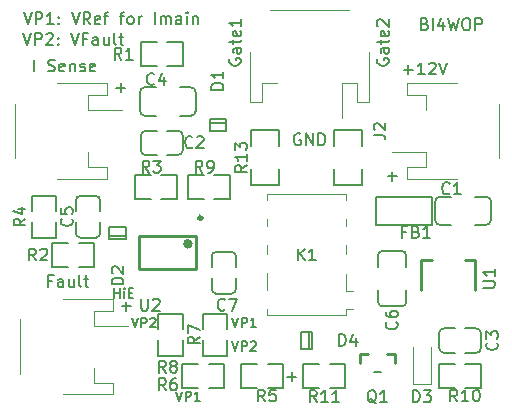
<source format=gbr>
%TF.GenerationSoftware,KiCad,Pcbnew,(5.1.4)-1*%
%TF.CreationDate,2021-02-25T01:30:08+08:00*%
%TF.ProjectId,Overdrive_Protector,4f766572-6472-4697-9665-5f50726f7465,rev?*%
%TF.SameCoordinates,Original*%
%TF.FileFunction,Legend,Top*%
%TF.FilePolarity,Positive*%
%FSLAX46Y46*%
G04 Gerber Fmt 4.6, Leading zero omitted, Abs format (unit mm)*
G04 Created by KiCad (PCBNEW (5.1.4)-1) date 2021-02-25 01:30:08*
%MOMM*%
%LPD*%
G04 APERTURE LIST*
%ADD10C,0.150000*%
%ADD11C,0.200000*%
%ADD12C,0.120000*%
%ADD13C,0.254000*%
%ADD14C,0.300000*%
%ADD15C,0.400000*%
G04 APERTURE END LIST*
D10*
X32469047Y-74861904D02*
X32469047Y-74061904D01*
X32469047Y-74442857D02*
X32926190Y-74442857D01*
X32926190Y-74861904D02*
X32926190Y-74061904D01*
X33307142Y-74861904D02*
X33307142Y-74328571D01*
X33307142Y-74061904D02*
X33269047Y-74100000D01*
X33307142Y-74138095D01*
X33345238Y-74100000D01*
X33307142Y-74061904D01*
X33307142Y-74138095D01*
X33688095Y-74442857D02*
X33954761Y-74442857D01*
X34069047Y-74861904D02*
X33688095Y-74861904D01*
X33688095Y-74061904D01*
X34069047Y-74061904D01*
X58761904Y-51678571D02*
X58904761Y-51726190D01*
X58952380Y-51773809D01*
X59000000Y-51869047D01*
X59000000Y-52011904D01*
X58952380Y-52107142D01*
X58904761Y-52154761D01*
X58809523Y-52202380D01*
X58428571Y-52202380D01*
X58428571Y-51202380D01*
X58761904Y-51202380D01*
X58857142Y-51250000D01*
X58904761Y-51297619D01*
X58952380Y-51392857D01*
X58952380Y-51488095D01*
X58904761Y-51583333D01*
X58857142Y-51630952D01*
X58761904Y-51678571D01*
X58428571Y-51678571D01*
X59428571Y-52202380D02*
X59428571Y-51202380D01*
X60333333Y-51535714D02*
X60333333Y-52202380D01*
X60095238Y-51154761D02*
X59857142Y-51869047D01*
X60476190Y-51869047D01*
X60761904Y-51202380D02*
X61000000Y-52202380D01*
X61190476Y-51488095D01*
X61380952Y-52202380D01*
X61619047Y-51202380D01*
X62190476Y-51202380D02*
X62380952Y-51202380D01*
X62476190Y-51250000D01*
X62571428Y-51345238D01*
X62619047Y-51535714D01*
X62619047Y-51869047D01*
X62571428Y-52059523D01*
X62476190Y-52154761D01*
X62380952Y-52202380D01*
X62190476Y-52202380D01*
X62095238Y-52154761D01*
X62000000Y-52059523D01*
X61952380Y-51869047D01*
X61952380Y-51535714D01*
X62000000Y-51345238D01*
X62095238Y-51250000D01*
X62190476Y-51202380D01*
X63047619Y-52202380D02*
X63047619Y-51202380D01*
X63428571Y-51202380D01*
X63523809Y-51250000D01*
X63571428Y-51297619D01*
X63619047Y-51392857D01*
X63619047Y-51535714D01*
X63571428Y-51630952D01*
X63523809Y-51678571D01*
X63428571Y-51726190D01*
X63047619Y-51726190D01*
X24761904Y-52452380D02*
X25095238Y-53452380D01*
X25428571Y-52452380D01*
X25761904Y-53452380D02*
X25761904Y-52452380D01*
X26142857Y-52452380D01*
X26238095Y-52500000D01*
X26285714Y-52547619D01*
X26333333Y-52642857D01*
X26333333Y-52785714D01*
X26285714Y-52880952D01*
X26238095Y-52928571D01*
X26142857Y-52976190D01*
X25761904Y-52976190D01*
X26714285Y-52547619D02*
X26761904Y-52500000D01*
X26857142Y-52452380D01*
X27095238Y-52452380D01*
X27190476Y-52500000D01*
X27238095Y-52547619D01*
X27285714Y-52642857D01*
X27285714Y-52738095D01*
X27238095Y-52880952D01*
X26666666Y-53452380D01*
X27285714Y-53452380D01*
X27714285Y-53357142D02*
X27761904Y-53404761D01*
X27714285Y-53452380D01*
X27666666Y-53404761D01*
X27714285Y-53357142D01*
X27714285Y-53452380D01*
X27714285Y-52833333D02*
X27761904Y-52880952D01*
X27714285Y-52928571D01*
X27666666Y-52880952D01*
X27714285Y-52833333D01*
X27714285Y-52928571D01*
X28809523Y-52452380D02*
X29142857Y-53452380D01*
X29476190Y-52452380D01*
X30142857Y-52928571D02*
X29809523Y-52928571D01*
X29809523Y-53452380D02*
X29809523Y-52452380D01*
X30285714Y-52452380D01*
X31095238Y-53452380D02*
X31095238Y-52928571D01*
X31047619Y-52833333D01*
X30952380Y-52785714D01*
X30761904Y-52785714D01*
X30666666Y-52833333D01*
X31095238Y-53404761D02*
X31000000Y-53452380D01*
X30761904Y-53452380D01*
X30666666Y-53404761D01*
X30619047Y-53309523D01*
X30619047Y-53214285D01*
X30666666Y-53119047D01*
X30761904Y-53071428D01*
X31000000Y-53071428D01*
X31095238Y-53023809D01*
X32000000Y-52785714D02*
X32000000Y-53452380D01*
X31571428Y-52785714D02*
X31571428Y-53309523D01*
X31619047Y-53404761D01*
X31714285Y-53452380D01*
X31857142Y-53452380D01*
X31952380Y-53404761D01*
X32000000Y-53357142D01*
X32619047Y-53452380D02*
X32523809Y-53404761D01*
X32476190Y-53309523D01*
X32476190Y-52452380D01*
X32857142Y-52785714D02*
X33238095Y-52785714D01*
X33000000Y-52452380D02*
X33000000Y-53309523D01*
X33047619Y-53404761D01*
X33142857Y-53452380D01*
X33238095Y-53452380D01*
X24821428Y-50702380D02*
X25154761Y-51702380D01*
X25488095Y-50702380D01*
X25821428Y-51702380D02*
X25821428Y-50702380D01*
X26202380Y-50702380D01*
X26297619Y-50750000D01*
X26345238Y-50797619D01*
X26392857Y-50892857D01*
X26392857Y-51035714D01*
X26345238Y-51130952D01*
X26297619Y-51178571D01*
X26202380Y-51226190D01*
X25821428Y-51226190D01*
X27345238Y-51702380D02*
X26773809Y-51702380D01*
X27059523Y-51702380D02*
X27059523Y-50702380D01*
X26964285Y-50845238D01*
X26869047Y-50940476D01*
X26773809Y-50988095D01*
X27773809Y-51607142D02*
X27821428Y-51654761D01*
X27773809Y-51702380D01*
X27726190Y-51654761D01*
X27773809Y-51607142D01*
X27773809Y-51702380D01*
X27773809Y-51083333D02*
X27821428Y-51130952D01*
X27773809Y-51178571D01*
X27726190Y-51130952D01*
X27773809Y-51083333D01*
X27773809Y-51178571D01*
X28869047Y-50702380D02*
X29202380Y-51702380D01*
X29535714Y-50702380D01*
X30440476Y-51702380D02*
X30107142Y-51226190D01*
X29869047Y-51702380D02*
X29869047Y-50702380D01*
X30250000Y-50702380D01*
X30345238Y-50750000D01*
X30392857Y-50797619D01*
X30440476Y-50892857D01*
X30440476Y-51035714D01*
X30392857Y-51130952D01*
X30345238Y-51178571D01*
X30250000Y-51226190D01*
X29869047Y-51226190D01*
X31250000Y-51654761D02*
X31154761Y-51702380D01*
X30964285Y-51702380D01*
X30869047Y-51654761D01*
X30821428Y-51559523D01*
X30821428Y-51178571D01*
X30869047Y-51083333D01*
X30964285Y-51035714D01*
X31154761Y-51035714D01*
X31250000Y-51083333D01*
X31297619Y-51178571D01*
X31297619Y-51273809D01*
X30821428Y-51369047D01*
X31583333Y-51035714D02*
X31964285Y-51035714D01*
X31726190Y-51702380D02*
X31726190Y-50845238D01*
X31773809Y-50750000D01*
X31869047Y-50702380D01*
X31964285Y-50702380D01*
X32916666Y-51035714D02*
X33297619Y-51035714D01*
X33059523Y-51702380D02*
X33059523Y-50845238D01*
X33107142Y-50750000D01*
X33202380Y-50702380D01*
X33297619Y-50702380D01*
X33773809Y-51702380D02*
X33678571Y-51654761D01*
X33630952Y-51607142D01*
X33583333Y-51511904D01*
X33583333Y-51226190D01*
X33630952Y-51130952D01*
X33678571Y-51083333D01*
X33773809Y-51035714D01*
X33916666Y-51035714D01*
X34011904Y-51083333D01*
X34059523Y-51130952D01*
X34107142Y-51226190D01*
X34107142Y-51511904D01*
X34059523Y-51607142D01*
X34011904Y-51654761D01*
X33916666Y-51702380D01*
X33773809Y-51702380D01*
X34535714Y-51702380D02*
X34535714Y-51035714D01*
X34535714Y-51226190D02*
X34583333Y-51130952D01*
X34630952Y-51083333D01*
X34726190Y-51035714D01*
X34821428Y-51035714D01*
X35916666Y-51702380D02*
X35916666Y-50702380D01*
X36392857Y-51702380D02*
X36392857Y-51035714D01*
X36392857Y-51130952D02*
X36440476Y-51083333D01*
X36535714Y-51035714D01*
X36678571Y-51035714D01*
X36773809Y-51083333D01*
X36821428Y-51178571D01*
X36821428Y-51702380D01*
X36821428Y-51178571D02*
X36869047Y-51083333D01*
X36964285Y-51035714D01*
X37107142Y-51035714D01*
X37202380Y-51083333D01*
X37250000Y-51178571D01*
X37250000Y-51702380D01*
X38154761Y-51702380D02*
X38154761Y-51178571D01*
X38107142Y-51083333D01*
X38011904Y-51035714D01*
X37821428Y-51035714D01*
X37726190Y-51083333D01*
X38154761Y-51654761D02*
X38059523Y-51702380D01*
X37821428Y-51702380D01*
X37726190Y-51654761D01*
X37678571Y-51559523D01*
X37678571Y-51464285D01*
X37726190Y-51369047D01*
X37821428Y-51321428D01*
X38059523Y-51321428D01*
X38154761Y-51273809D01*
X38630952Y-51702380D02*
X38630952Y-51035714D01*
X38630952Y-50702380D02*
X38583333Y-50750000D01*
X38630952Y-50797619D01*
X38678571Y-50750000D01*
X38630952Y-50702380D01*
X38630952Y-50797619D01*
X39107142Y-51035714D02*
X39107142Y-51702380D01*
X39107142Y-51130952D02*
X39154761Y-51083333D01*
X39250000Y-51035714D01*
X39392857Y-51035714D01*
X39488095Y-51083333D01*
X39535714Y-51178571D01*
X39535714Y-51702380D01*
X42452380Y-78561904D02*
X42719047Y-79361904D01*
X42985714Y-78561904D01*
X43252380Y-79361904D02*
X43252380Y-78561904D01*
X43557142Y-78561904D01*
X43633333Y-78600000D01*
X43671428Y-78638095D01*
X43709523Y-78714285D01*
X43709523Y-78828571D01*
X43671428Y-78904761D01*
X43633333Y-78942857D01*
X43557142Y-78980952D01*
X43252380Y-78980952D01*
X44014285Y-78638095D02*
X44052380Y-78600000D01*
X44128571Y-78561904D01*
X44319047Y-78561904D01*
X44395238Y-78600000D01*
X44433333Y-78638095D01*
X44471428Y-78714285D01*
X44471428Y-78790476D01*
X44433333Y-78904761D01*
X43976190Y-79361904D01*
X44471428Y-79361904D01*
X33952380Y-76561904D02*
X34219047Y-77361904D01*
X34485714Y-76561904D01*
X34752380Y-77361904D02*
X34752380Y-76561904D01*
X35057142Y-76561904D01*
X35133333Y-76600000D01*
X35171428Y-76638095D01*
X35209523Y-76714285D01*
X35209523Y-76828571D01*
X35171428Y-76904761D01*
X35133333Y-76942857D01*
X35057142Y-76980952D01*
X34752380Y-76980952D01*
X35514285Y-76638095D02*
X35552380Y-76600000D01*
X35628571Y-76561904D01*
X35819047Y-76561904D01*
X35895238Y-76600000D01*
X35933333Y-76638095D01*
X35971428Y-76714285D01*
X35971428Y-76790476D01*
X35933333Y-76904761D01*
X35476190Y-77361904D01*
X35971428Y-77361904D01*
X42452380Y-76561904D02*
X42719047Y-77361904D01*
X42985714Y-76561904D01*
X43252380Y-77361904D02*
X43252380Y-76561904D01*
X43557142Y-76561904D01*
X43633333Y-76600000D01*
X43671428Y-76638095D01*
X43709523Y-76714285D01*
X43709523Y-76828571D01*
X43671428Y-76904761D01*
X43633333Y-76942857D01*
X43557142Y-76980952D01*
X43252380Y-76980952D01*
X44471428Y-77361904D02*
X44014285Y-77361904D01*
X44242857Y-77361904D02*
X44242857Y-76561904D01*
X44166666Y-76676190D01*
X44090476Y-76752380D01*
X44014285Y-76790476D01*
X37702380Y-82811904D02*
X37969047Y-83611904D01*
X38235714Y-82811904D01*
X38502380Y-83611904D02*
X38502380Y-82811904D01*
X38807142Y-82811904D01*
X38883333Y-82850000D01*
X38921428Y-82888095D01*
X38959523Y-82964285D01*
X38959523Y-83078571D01*
X38921428Y-83154761D01*
X38883333Y-83192857D01*
X38807142Y-83230952D01*
X38502380Y-83230952D01*
X39721428Y-83611904D02*
X39264285Y-83611904D01*
X39492857Y-83611904D02*
X39492857Y-82811904D01*
X39416666Y-82926190D01*
X39340476Y-83002380D01*
X39264285Y-83040476D01*
X47119047Y-81571428D02*
X47880952Y-81571428D01*
X47500000Y-81952380D02*
X47500000Y-81190476D01*
X33119047Y-75571428D02*
X33880952Y-75571428D01*
X33500000Y-75952380D02*
X33500000Y-75190476D01*
X32619047Y-57071428D02*
X33380952Y-57071428D01*
X33000000Y-57452380D02*
X33000000Y-56690476D01*
X55619047Y-64571428D02*
X56380952Y-64571428D01*
X56000000Y-64952380D02*
X56000000Y-64190476D01*
X48238095Y-61000000D02*
X48142857Y-60952380D01*
X48000000Y-60952380D01*
X47857142Y-61000000D01*
X47761904Y-61095238D01*
X47714285Y-61190476D01*
X47666666Y-61380952D01*
X47666666Y-61523809D01*
X47714285Y-61714285D01*
X47761904Y-61809523D01*
X47857142Y-61904761D01*
X48000000Y-61952380D01*
X48095238Y-61952380D01*
X48238095Y-61904761D01*
X48285714Y-61857142D01*
X48285714Y-61523809D01*
X48095238Y-61523809D01*
X48714285Y-61952380D02*
X48714285Y-60952380D01*
X49285714Y-61952380D01*
X49285714Y-60952380D01*
X49761904Y-61952380D02*
X49761904Y-60952380D01*
X50000000Y-60952380D01*
X50142857Y-61000000D01*
X50238095Y-61095238D01*
X50285714Y-61190476D01*
X50333333Y-61380952D01*
X50333333Y-61523809D01*
X50285714Y-61714285D01*
X50238095Y-61809523D01*
X50142857Y-61904761D01*
X50000000Y-61952380D01*
X49761904Y-61952380D01*
X54750000Y-54630952D02*
X54702380Y-54726190D01*
X54702380Y-54869047D01*
X54750000Y-55011904D01*
X54845238Y-55107142D01*
X54940476Y-55154761D01*
X55130952Y-55202380D01*
X55273809Y-55202380D01*
X55464285Y-55154761D01*
X55559523Y-55107142D01*
X55654761Y-55011904D01*
X55702380Y-54869047D01*
X55702380Y-54773809D01*
X55654761Y-54630952D01*
X55607142Y-54583333D01*
X55273809Y-54583333D01*
X55273809Y-54773809D01*
X55702380Y-53726190D02*
X55178571Y-53726190D01*
X55083333Y-53773809D01*
X55035714Y-53869047D01*
X55035714Y-54059523D01*
X55083333Y-54154761D01*
X55654761Y-53726190D02*
X55702380Y-53821428D01*
X55702380Y-54059523D01*
X55654761Y-54154761D01*
X55559523Y-54202380D01*
X55464285Y-54202380D01*
X55369047Y-54154761D01*
X55321428Y-54059523D01*
X55321428Y-53821428D01*
X55273809Y-53726190D01*
X55035714Y-53392857D02*
X55035714Y-53011904D01*
X54702380Y-53250000D02*
X55559523Y-53250000D01*
X55654761Y-53202380D01*
X55702380Y-53107142D01*
X55702380Y-53011904D01*
X55654761Y-52297619D02*
X55702380Y-52392857D01*
X55702380Y-52583333D01*
X55654761Y-52678571D01*
X55559523Y-52726190D01*
X55178571Y-52726190D01*
X55083333Y-52678571D01*
X55035714Y-52583333D01*
X55035714Y-52392857D01*
X55083333Y-52297619D01*
X55178571Y-52250000D01*
X55273809Y-52250000D01*
X55369047Y-52726190D01*
X54797619Y-51869047D02*
X54750000Y-51821428D01*
X54702380Y-51726190D01*
X54702380Y-51488095D01*
X54750000Y-51392857D01*
X54797619Y-51345238D01*
X54892857Y-51297619D01*
X54988095Y-51297619D01*
X55130952Y-51345238D01*
X55702380Y-51916666D01*
X55702380Y-51297619D01*
X42250000Y-54630952D02*
X42202380Y-54726190D01*
X42202380Y-54869047D01*
X42250000Y-55011904D01*
X42345238Y-55107142D01*
X42440476Y-55154761D01*
X42630952Y-55202380D01*
X42773809Y-55202380D01*
X42964285Y-55154761D01*
X43059523Y-55107142D01*
X43154761Y-55011904D01*
X43202380Y-54869047D01*
X43202380Y-54773809D01*
X43154761Y-54630952D01*
X43107142Y-54583333D01*
X42773809Y-54583333D01*
X42773809Y-54773809D01*
X43202380Y-53726190D02*
X42678571Y-53726190D01*
X42583333Y-53773809D01*
X42535714Y-53869047D01*
X42535714Y-54059523D01*
X42583333Y-54154761D01*
X43154761Y-53726190D02*
X43202380Y-53821428D01*
X43202380Y-54059523D01*
X43154761Y-54154761D01*
X43059523Y-54202380D01*
X42964285Y-54202380D01*
X42869047Y-54154761D01*
X42821428Y-54059523D01*
X42821428Y-53821428D01*
X42773809Y-53726190D01*
X42535714Y-53392857D02*
X42535714Y-53011904D01*
X42202380Y-53250000D02*
X43059523Y-53250000D01*
X43154761Y-53202380D01*
X43202380Y-53107142D01*
X43202380Y-53011904D01*
X43154761Y-52297619D02*
X43202380Y-52392857D01*
X43202380Y-52583333D01*
X43154761Y-52678571D01*
X43059523Y-52726190D01*
X42678571Y-52726190D01*
X42583333Y-52678571D01*
X42535714Y-52583333D01*
X42535714Y-52392857D01*
X42583333Y-52297619D01*
X42678571Y-52250000D01*
X42773809Y-52250000D01*
X42869047Y-52726190D01*
X43202380Y-51297619D02*
X43202380Y-51869047D01*
X43202380Y-51583333D02*
X42202380Y-51583333D01*
X42345238Y-51678571D01*
X42440476Y-51773809D01*
X42488095Y-51869047D01*
X56988095Y-55571428D02*
X57750000Y-55571428D01*
X57369047Y-55952380D02*
X57369047Y-55190476D01*
X58750000Y-55952380D02*
X58178571Y-55952380D01*
X58464285Y-55952380D02*
X58464285Y-54952380D01*
X58369047Y-55095238D01*
X58273809Y-55190476D01*
X58178571Y-55238095D01*
X59130952Y-55047619D02*
X59178571Y-55000000D01*
X59273809Y-54952380D01*
X59511904Y-54952380D01*
X59607142Y-55000000D01*
X59654761Y-55047619D01*
X59702380Y-55142857D01*
X59702380Y-55238095D01*
X59654761Y-55380952D01*
X59083333Y-55952380D01*
X59702380Y-55952380D01*
X59988095Y-54952380D02*
X60321428Y-55952380D01*
X60654761Y-54952380D01*
X27190476Y-73428571D02*
X26857142Y-73428571D01*
X26857142Y-73952380D02*
X26857142Y-72952380D01*
X27333333Y-72952380D01*
X28142857Y-73952380D02*
X28142857Y-73428571D01*
X28095238Y-73333333D01*
X28000000Y-73285714D01*
X27809523Y-73285714D01*
X27714285Y-73333333D01*
X28142857Y-73904761D02*
X28047619Y-73952380D01*
X27809523Y-73952380D01*
X27714285Y-73904761D01*
X27666666Y-73809523D01*
X27666666Y-73714285D01*
X27714285Y-73619047D01*
X27809523Y-73571428D01*
X28047619Y-73571428D01*
X28142857Y-73523809D01*
X29047619Y-73285714D02*
X29047619Y-73952380D01*
X28619047Y-73285714D02*
X28619047Y-73809523D01*
X28666666Y-73904761D01*
X28761904Y-73952380D01*
X28904761Y-73952380D01*
X29000000Y-73904761D01*
X29047619Y-73857142D01*
X29666666Y-73952380D02*
X29571428Y-73904761D01*
X29523809Y-73809523D01*
X29523809Y-72952380D01*
X29904761Y-73285714D02*
X30285714Y-73285714D01*
X30047619Y-72952380D02*
X30047619Y-73809523D01*
X30095238Y-73904761D01*
X30190476Y-73952380D01*
X30285714Y-73952380D01*
X25678571Y-55702380D02*
X25678571Y-54702380D01*
X26869047Y-55654761D02*
X27011904Y-55702380D01*
X27250000Y-55702380D01*
X27345238Y-55654761D01*
X27392857Y-55607142D01*
X27440476Y-55511904D01*
X27440476Y-55416666D01*
X27392857Y-55321428D01*
X27345238Y-55273809D01*
X27250000Y-55226190D01*
X27059523Y-55178571D01*
X26964285Y-55130952D01*
X26916666Y-55083333D01*
X26869047Y-54988095D01*
X26869047Y-54892857D01*
X26916666Y-54797619D01*
X26964285Y-54750000D01*
X27059523Y-54702380D01*
X27297619Y-54702380D01*
X27440476Y-54750000D01*
X28250000Y-55654761D02*
X28154761Y-55702380D01*
X27964285Y-55702380D01*
X27869047Y-55654761D01*
X27821428Y-55559523D01*
X27821428Y-55178571D01*
X27869047Y-55083333D01*
X27964285Y-55035714D01*
X28154761Y-55035714D01*
X28250000Y-55083333D01*
X28297619Y-55178571D01*
X28297619Y-55273809D01*
X27821428Y-55369047D01*
X28726190Y-55035714D02*
X28726190Y-55702380D01*
X28726190Y-55130952D02*
X28773809Y-55083333D01*
X28869047Y-55035714D01*
X29011904Y-55035714D01*
X29107142Y-55083333D01*
X29154761Y-55178571D01*
X29154761Y-55702380D01*
X29583333Y-55654761D02*
X29678571Y-55702380D01*
X29869047Y-55702380D01*
X29964285Y-55654761D01*
X30011904Y-55559523D01*
X30011904Y-55511904D01*
X29964285Y-55416666D01*
X29869047Y-55369047D01*
X29726190Y-55369047D01*
X29630952Y-55321428D01*
X29583333Y-55226190D01*
X29583333Y-55178571D01*
X29630952Y-55083333D01*
X29726190Y-55035714D01*
X29869047Y-55035714D01*
X29964285Y-55083333D01*
X30821428Y-55654761D02*
X30726190Y-55702380D01*
X30535714Y-55702380D01*
X30440476Y-55654761D01*
X30392857Y-55559523D01*
X30392857Y-55178571D01*
X30440476Y-55083333D01*
X30535714Y-55035714D01*
X30726190Y-55035714D01*
X30821428Y-55083333D01*
X30869047Y-55178571D01*
X30869047Y-55273809D01*
X30392857Y-55369047D01*
D11*
X49250000Y-79200000D02*
X48250000Y-79200000D01*
X49250000Y-77800000D02*
X48250000Y-77800000D01*
X48250000Y-77800000D02*
X48250000Y-79200000D01*
X49250000Y-77800000D02*
X49250000Y-79200000D01*
X48950000Y-77800000D02*
X48950000Y-79200000D01*
X46450000Y-64000000D02*
X46450000Y-65355000D01*
X44050000Y-64000000D02*
X44050000Y-65355000D01*
X44050000Y-60645000D02*
X44050000Y-62000000D01*
X44050000Y-60645000D02*
X46450000Y-60645000D01*
X44050000Y-65355000D02*
X46450000Y-65355000D01*
X46450000Y-60645000D02*
X46450000Y-62000000D01*
X51050000Y-62000000D02*
X51050000Y-60645000D01*
X53450000Y-62000000D02*
X53450000Y-60645000D01*
X53450000Y-65355000D02*
X53450000Y-64000000D01*
X53450000Y-65355000D02*
X51050000Y-65355000D01*
X53450000Y-60645000D02*
X51050000Y-60645000D01*
X51050000Y-65355000D02*
X51050000Y-64000000D01*
D12*
X30725000Y-77225000D02*
X33625000Y-77225000D01*
X24525000Y-76675000D02*
X24525000Y-81325000D01*
X30725000Y-82050000D02*
X30725000Y-80775000D01*
X32325000Y-82050000D02*
X30725000Y-82050000D01*
X32325000Y-83050000D02*
X32325000Y-82050000D01*
X28100000Y-83050000D02*
X32325000Y-83050000D01*
X32325000Y-74950000D02*
X28100000Y-74950000D01*
X32325000Y-75950000D02*
X32325000Y-74950000D01*
X30725000Y-75950000D02*
X32325000Y-75950000D01*
X30725000Y-77225000D02*
X30725000Y-75950000D01*
X58875000Y-62525000D02*
X55975000Y-62525000D01*
X65075000Y-63075000D02*
X65075000Y-58425000D01*
X58875000Y-57700000D02*
X58875000Y-58975000D01*
X57275000Y-57700000D02*
X58875000Y-57700000D01*
X57275000Y-56700000D02*
X57275000Y-57700000D01*
X61500000Y-56700000D02*
X57275000Y-56700000D01*
X57275000Y-64800000D02*
X61500000Y-64800000D01*
X57275000Y-63800000D02*
X57275000Y-64800000D01*
X58875000Y-63800000D02*
X57275000Y-63800000D01*
X58875000Y-62525000D02*
X58875000Y-63800000D01*
X30225000Y-58975000D02*
X33125000Y-58975000D01*
X24025000Y-58425000D02*
X24025000Y-63075000D01*
X30225000Y-63800000D02*
X30225000Y-62525000D01*
X31825000Y-63800000D02*
X30225000Y-63800000D01*
X31825000Y-64800000D02*
X31825000Y-63800000D01*
X27600000Y-64800000D02*
X31825000Y-64800000D01*
X31825000Y-56700000D02*
X27600000Y-56700000D01*
X31825000Y-57700000D02*
X31825000Y-56700000D01*
X30225000Y-57700000D02*
X31825000Y-57700000D01*
X30225000Y-58975000D02*
X30225000Y-57700000D01*
X57750000Y-82200000D02*
X59250000Y-82200000D01*
X57750000Y-82200000D02*
X57750000Y-79000000D01*
X59250000Y-79000000D02*
X59250000Y-82200000D01*
D11*
X63520000Y-82535000D02*
X62200000Y-82535000D01*
X61300000Y-82535000D02*
X59980000Y-82535000D01*
X61300000Y-80465000D02*
X59980000Y-80465000D01*
X63520000Y-80465000D02*
X62200000Y-80465000D01*
X63520000Y-80465000D02*
X63520000Y-82535000D01*
X59980000Y-80465000D02*
X59980000Y-82535000D01*
D12*
X51775000Y-56725000D02*
X51775000Y-59625000D01*
X52325000Y-50525000D02*
X45675000Y-50525000D01*
X44950000Y-56725000D02*
X46225000Y-56725000D01*
X44950000Y-58325000D02*
X44950000Y-56725000D01*
X43950000Y-58325000D02*
X44950000Y-58325000D01*
X43950000Y-54100000D02*
X43950000Y-58325000D01*
X54050000Y-58325000D02*
X54050000Y-54100000D01*
X53050000Y-58325000D02*
X54050000Y-58325000D01*
X53050000Y-56725000D02*
X53050000Y-58325000D01*
X51775000Y-56725000D02*
X53050000Y-56725000D01*
D13*
X39400000Y-69600000D02*
X34600000Y-69600000D01*
X39400000Y-72400000D02*
X34600000Y-72400000D01*
X39400000Y-69600000D02*
X39400000Y-72400000D01*
X34600000Y-69600000D02*
X34600000Y-72400000D01*
D14*
X39900000Y-68100000D02*
G75*
G03X39900000Y-68100000I-150000J0D01*
G01*
D15*
X38900000Y-70300000D02*
G75*
G03X38900000Y-70300000I-200000J0D01*
G01*
D13*
X58450000Y-71650000D02*
X58450000Y-74250000D01*
X58450000Y-71650000D02*
X59350000Y-71650000D01*
X63050000Y-71650000D02*
X63050000Y-74250000D01*
X62150000Y-71650000D02*
X63050000Y-71650000D01*
D11*
X52020000Y-82535000D02*
X50700000Y-82535000D01*
X49800000Y-82535000D02*
X48480000Y-82535000D01*
X49800000Y-80465000D02*
X48480000Y-80465000D01*
X52020000Y-80465000D02*
X50700000Y-80465000D01*
X52020000Y-80465000D02*
X52020000Y-82535000D01*
X48480000Y-80465000D02*
X48480000Y-82535000D01*
X38730000Y-64465000D02*
X40050000Y-64465000D01*
X40950000Y-64465000D02*
X42270000Y-64465000D01*
X40950000Y-66535000D02*
X42270000Y-66535000D01*
X38730000Y-66535000D02*
X40050000Y-66535000D01*
X38730000Y-66535000D02*
X38730000Y-64465000D01*
X42270000Y-66535000D02*
X42270000Y-64465000D01*
X36215000Y-79770000D02*
X36215000Y-78450000D01*
X36215000Y-77550000D02*
X36215000Y-76230000D01*
X38285000Y-77550000D02*
X38285000Y-76230000D01*
X38285000Y-79770000D02*
X38285000Y-78450000D01*
X38285000Y-79770000D02*
X36215000Y-79770000D01*
X38285000Y-76230000D02*
X36215000Y-76230000D01*
X39965000Y-79770000D02*
X39965000Y-78450000D01*
X39965000Y-77550000D02*
X39965000Y-76230000D01*
X42035000Y-77550000D02*
X42035000Y-76230000D01*
X42035000Y-79770000D02*
X42035000Y-78450000D01*
X42035000Y-79770000D02*
X39965000Y-79770000D01*
X42035000Y-76230000D02*
X39965000Y-76230000D01*
X38230000Y-80465000D02*
X39550000Y-80465000D01*
X40450000Y-80465000D02*
X41770000Y-80465000D01*
X40450000Y-82535000D02*
X41770000Y-82535000D01*
X38230000Y-82535000D02*
X39550000Y-82535000D01*
X38230000Y-82535000D02*
X38230000Y-80465000D01*
X41770000Y-82535000D02*
X41770000Y-80465000D01*
X46770000Y-82535000D02*
X45450000Y-82535000D01*
X44550000Y-82535000D02*
X43230000Y-82535000D01*
X44550000Y-80465000D02*
X43230000Y-80465000D01*
X46770000Y-80465000D02*
X45450000Y-80465000D01*
X46770000Y-80465000D02*
X46770000Y-82535000D01*
X43230000Y-80465000D02*
X43230000Y-82535000D01*
X27535000Y-66230000D02*
X27535000Y-67550000D01*
X27535000Y-68450000D02*
X27535000Y-69770000D01*
X25465000Y-68450000D02*
X25465000Y-69770000D01*
X25465000Y-66230000D02*
X25465000Y-67550000D01*
X25465000Y-66230000D02*
X27535000Y-66230000D01*
X25465000Y-69770000D02*
X27535000Y-69770000D01*
X34230000Y-64465000D02*
X35550000Y-64465000D01*
X36450000Y-64465000D02*
X37770000Y-64465000D01*
X36450000Y-66535000D02*
X37770000Y-66535000D01*
X34230000Y-66535000D02*
X35550000Y-66535000D01*
X34230000Y-66535000D02*
X34230000Y-64465000D01*
X37770000Y-66535000D02*
X37770000Y-64465000D01*
X30770000Y-72285000D02*
X29450000Y-72285000D01*
X28550000Y-72285000D02*
X27230000Y-72285000D01*
X28550000Y-70215000D02*
X27230000Y-70215000D01*
X30770000Y-70215000D02*
X29450000Y-70215000D01*
X30770000Y-70215000D02*
X30770000Y-72285000D01*
X27230000Y-70215000D02*
X27230000Y-72285000D01*
X38270000Y-55285000D02*
X36950000Y-55285000D01*
X36050000Y-55285000D02*
X34730000Y-55285000D01*
X36050000Y-53215000D02*
X34730000Y-53215000D01*
X38270000Y-53215000D02*
X36950000Y-53215000D01*
X38270000Y-53215000D02*
X38270000Y-55285000D01*
X34730000Y-53215000D02*
X34730000Y-55285000D01*
X54450000Y-81150000D02*
X55050000Y-81150000D01*
D13*
X53290000Y-79600000D02*
X53950000Y-79600000D01*
X53290000Y-79600000D02*
X53290000Y-80415000D01*
X56210000Y-79600000D02*
X56210000Y-80415000D01*
X55550000Y-79600000D02*
X56210000Y-79600000D01*
X55550000Y-79600000D02*
X56210000Y-79600000D01*
X55550000Y-79600000D02*
X56210000Y-79600000D01*
D12*
X52050000Y-74290000D02*
X52650000Y-74290000D01*
X52050000Y-75790000D02*
X52650000Y-75790000D01*
X52050000Y-76290000D02*
X52050000Y-75790000D01*
X52050000Y-72890000D02*
X52050000Y-74290000D01*
X52090000Y-70400000D02*
X52090000Y-71200000D01*
X52090000Y-68200000D02*
X52090000Y-68800000D01*
X52090000Y-66100000D02*
X52090000Y-66600000D01*
X45390000Y-66100000D02*
X52090000Y-66100000D01*
X45390000Y-66600000D02*
X45390000Y-66100000D01*
X45390000Y-68800000D02*
X45390000Y-68200000D01*
X45390000Y-71200000D02*
X45390000Y-70400000D01*
X45390000Y-74200000D02*
X45390000Y-72800000D01*
X45390000Y-76300000D02*
X45390000Y-75800000D01*
X52050000Y-76290000D02*
X45390000Y-76300000D01*
D11*
X59355000Y-68700000D02*
X54645000Y-68700000D01*
X54645000Y-66300000D02*
X54645000Y-68700000D01*
X59355000Y-66300000D02*
X54645000Y-66300000D01*
X59355000Y-66300000D02*
X59355000Y-68700000D01*
X32050000Y-69900000D02*
X32050000Y-68900000D01*
X33450000Y-69900000D02*
X33450000Y-68900000D01*
X33450000Y-68900000D02*
X32050000Y-68900000D01*
X33450000Y-69900000D02*
X32050000Y-69900000D01*
X33450000Y-69600000D02*
X32050000Y-69600000D01*
X41950000Y-59750000D02*
X41950000Y-60750000D01*
X40550000Y-59750000D02*
X40550000Y-60750000D01*
X40550000Y-60750000D02*
X41950000Y-60750000D01*
X40550000Y-59750000D02*
X41950000Y-59750000D01*
X40550000Y-60050000D02*
X41950000Y-60050000D01*
X41115000Y-70980000D02*
X42385000Y-70980000D01*
X40715000Y-71380000D02*
X40715000Y-72300000D01*
X41115000Y-74520000D02*
X42385000Y-74520000D01*
X40715000Y-73200000D02*
X40715000Y-74120000D01*
X42785000Y-73200000D02*
X42785000Y-74120000D01*
X42785000Y-71380000D02*
X42785000Y-72300000D01*
X42385010Y-70980000D02*
G75*
G02X42785010Y-71380000I0J-400000D01*
G01*
X40715000Y-71380000D02*
G75*
G02X41115000Y-70980000I400000J0D01*
G01*
X41115000Y-74520000D02*
G75*
G02X40715000Y-74120000I0J400000D01*
G01*
X42785000Y-74120000D02*
G75*
G02X42385000Y-74520000I-400000J0D01*
G01*
X57200000Y-75205000D02*
X57200000Y-74250000D01*
X57200000Y-72250000D02*
X57200000Y-71295000D01*
X54800000Y-72250000D02*
X54800000Y-71295000D01*
X54800000Y-75205000D02*
X54800000Y-74250000D01*
X56800000Y-70895000D02*
X55200000Y-70895000D01*
X56800000Y-75605000D02*
X55200000Y-75605000D01*
X54800000Y-71295000D02*
G75*
G02X55200000Y-70895000I400000J0D01*
G01*
X56800000Y-70895000D02*
G75*
G02X57200000Y-71295000I0J-400000D01*
G01*
X57200000Y-75205000D02*
G75*
G02X56800000Y-75605000I-400000J0D01*
G01*
X55200000Y-75605000D02*
G75*
G02X54800000Y-75205000I0J400000D01*
G01*
X30885000Y-69770000D02*
X29615000Y-69770000D01*
X31285000Y-69370000D02*
X31285000Y-68450000D01*
X30885000Y-66230000D02*
X29615000Y-66230000D01*
X31285000Y-67550000D02*
X31285000Y-66630000D01*
X29215000Y-67550000D02*
X29215000Y-66630000D01*
X29215000Y-69370000D02*
X29215000Y-68450000D01*
X29614990Y-69770000D02*
G75*
G02X29214990Y-69370000I0J400000D01*
G01*
X31285000Y-69370000D02*
G75*
G02X30885000Y-69770000I-400000J0D01*
G01*
X30885000Y-66230000D02*
G75*
G02X31285000Y-66630000I0J-400000D01*
G01*
X29215000Y-66630000D02*
G75*
G02X29615000Y-66230000I400000J0D01*
G01*
X35045000Y-59450000D02*
X36000000Y-59450000D01*
X38000000Y-59450000D02*
X38955000Y-59450000D01*
X38000000Y-57050000D02*
X38955000Y-57050000D01*
X35045000Y-57050000D02*
X36000000Y-57050000D01*
X39355000Y-59050000D02*
X39355000Y-57450000D01*
X34645000Y-59050000D02*
X34645000Y-57450000D01*
X38955000Y-57050000D02*
G75*
G02X39355000Y-57450000I0J-400000D01*
G01*
X39355000Y-59050000D02*
G75*
G02X38955000Y-59450000I-400000J0D01*
G01*
X35045000Y-59450000D02*
G75*
G02X34645000Y-59050000I0J400000D01*
G01*
X34645000Y-57450000D02*
G75*
G02X35045000Y-57050000I400000J0D01*
G01*
X63520000Y-77865000D02*
X63520000Y-79135000D01*
X63120000Y-77465000D02*
X62200000Y-77465000D01*
X59980000Y-77865000D02*
X59980000Y-79135000D01*
X61300000Y-77465000D02*
X60380000Y-77465000D01*
X61300000Y-79535000D02*
X60380000Y-79535000D01*
X63120000Y-79535000D02*
X62200000Y-79535000D01*
X63520000Y-79135010D02*
G75*
G02X63120000Y-79535010I-400000J0D01*
G01*
X63120000Y-77465000D02*
G75*
G02X63520000Y-77865000I0J-400000D01*
G01*
X59980000Y-77865000D02*
G75*
G02X60380000Y-77465000I400000J0D01*
G01*
X60380000Y-79535000D02*
G75*
G02X59980000Y-79135000I0J400000D01*
G01*
X34730000Y-62385000D02*
X34730000Y-61115000D01*
X35130000Y-62785000D02*
X36050000Y-62785000D01*
X38270000Y-62385000D02*
X38270000Y-61115000D01*
X36950000Y-62785000D02*
X37870000Y-62785000D01*
X36950000Y-60715000D02*
X37870000Y-60715000D01*
X35130000Y-60715000D02*
X36050000Y-60715000D01*
X34730000Y-61114990D02*
G75*
G02X35130000Y-60714990I400000J0D01*
G01*
X35130000Y-62785000D02*
G75*
G02X34730000Y-62385000I0J400000D01*
G01*
X38270000Y-62385000D02*
G75*
G02X37870000Y-62785000I-400000J0D01*
G01*
X37870000Y-60715000D02*
G75*
G02X38270000Y-61115000I0J-400000D01*
G01*
X60045000Y-68700000D02*
X61000000Y-68700000D01*
X63000000Y-68700000D02*
X63955000Y-68700000D01*
X63000000Y-66300000D02*
X63955000Y-66300000D01*
X60045000Y-66300000D02*
X61000000Y-66300000D01*
X64355000Y-68300000D02*
X64355000Y-66700000D01*
X59645000Y-68300000D02*
X59645000Y-66700000D01*
X63955000Y-66300000D02*
G75*
G02X64355000Y-66700000I0J-400000D01*
G01*
X64355000Y-68300000D02*
G75*
G02X63955000Y-68700000I-400000J0D01*
G01*
X60045000Y-68700000D02*
G75*
G02X59645000Y-68300000I0J400000D01*
G01*
X59645000Y-66700000D02*
G75*
G02X60045000Y-66300000I400000J0D01*
G01*
D10*
X51511904Y-78952380D02*
X51511904Y-77952380D01*
X51750000Y-77952380D01*
X51892857Y-78000000D01*
X51988095Y-78095238D01*
X52035714Y-78190476D01*
X52083333Y-78380952D01*
X52083333Y-78523809D01*
X52035714Y-78714285D01*
X51988095Y-78809523D01*
X51892857Y-78904761D01*
X51750000Y-78952380D01*
X51511904Y-78952380D01*
X52940476Y-78285714D02*
X52940476Y-78952380D01*
X52702380Y-77904761D02*
X52464285Y-78619047D01*
X53083333Y-78619047D01*
X43702380Y-63642857D02*
X43226190Y-63976190D01*
X43702380Y-64214285D02*
X42702380Y-64214285D01*
X42702380Y-63833333D01*
X42750000Y-63738095D01*
X42797619Y-63690476D01*
X42892857Y-63642857D01*
X43035714Y-63642857D01*
X43130952Y-63690476D01*
X43178571Y-63738095D01*
X43226190Y-63833333D01*
X43226190Y-64214285D01*
X43702380Y-62690476D02*
X43702380Y-63261904D01*
X43702380Y-62976190D02*
X42702380Y-62976190D01*
X42845238Y-63071428D01*
X42940476Y-63166666D01*
X42988095Y-63261904D01*
X42702380Y-62357142D02*
X42702380Y-61738095D01*
X43083333Y-62071428D01*
X43083333Y-61928571D01*
X43130952Y-61833333D01*
X43178571Y-61785714D01*
X43273809Y-61738095D01*
X43511904Y-61738095D01*
X43607142Y-61785714D01*
X43654761Y-61833333D01*
X43702380Y-61928571D01*
X43702380Y-62214285D01*
X43654761Y-62309523D01*
X43607142Y-62357142D01*
X54427380Y-61083333D02*
X55141666Y-61083333D01*
X55284523Y-61130952D01*
X55379761Y-61226190D01*
X55427380Y-61369047D01*
X55427380Y-61464285D01*
X54522619Y-60654761D02*
X54475000Y-60607142D01*
X54427380Y-60511904D01*
X54427380Y-60273809D01*
X54475000Y-60178571D01*
X54522619Y-60130952D01*
X54617857Y-60083333D01*
X54713095Y-60083333D01*
X54855952Y-60130952D01*
X55427380Y-60702380D01*
X55427380Y-60083333D01*
X57761904Y-83702380D02*
X57761904Y-82702380D01*
X58000000Y-82702380D01*
X58142857Y-82750000D01*
X58238095Y-82845238D01*
X58285714Y-82940476D01*
X58333333Y-83130952D01*
X58333333Y-83273809D01*
X58285714Y-83464285D01*
X58238095Y-83559523D01*
X58142857Y-83654761D01*
X58000000Y-83702380D01*
X57761904Y-83702380D01*
X58666666Y-82702380D02*
X59285714Y-82702380D01*
X58952380Y-83083333D01*
X59095238Y-83083333D01*
X59190476Y-83130952D01*
X59238095Y-83178571D01*
X59285714Y-83273809D01*
X59285714Y-83511904D01*
X59238095Y-83607142D01*
X59190476Y-83654761D01*
X59095238Y-83702380D01*
X58809523Y-83702380D01*
X58714285Y-83654761D01*
X58666666Y-83607142D01*
X61500761Y-83636656D02*
X61167428Y-83160466D01*
X60929333Y-83636656D02*
X60929333Y-82636656D01*
X61310285Y-82636656D01*
X61405523Y-82684276D01*
X61453142Y-82731895D01*
X61500761Y-82827133D01*
X61500761Y-82969990D01*
X61453142Y-83065228D01*
X61405523Y-83112847D01*
X61310285Y-83160466D01*
X60929333Y-83160466D01*
X62453142Y-83636656D02*
X61881714Y-83636656D01*
X62167428Y-83636656D02*
X62167428Y-82636656D01*
X62072190Y-82779514D01*
X61976952Y-82874752D01*
X61881714Y-82922371D01*
X63072190Y-82636656D02*
X63167428Y-82636656D01*
X63262666Y-82684276D01*
X63310285Y-82731895D01*
X63357904Y-82827133D01*
X63405523Y-83017609D01*
X63405523Y-83255704D01*
X63357904Y-83446180D01*
X63310285Y-83541418D01*
X63262666Y-83589037D01*
X63167428Y-83636656D01*
X63072190Y-83636656D01*
X62976952Y-83589037D01*
X62929333Y-83541418D01*
X62881714Y-83446180D01*
X62834095Y-83255704D01*
X62834095Y-83017609D01*
X62881714Y-82827133D01*
X62929333Y-82731895D01*
X62976952Y-82684276D01*
X63072190Y-82636656D01*
X34738095Y-74952380D02*
X34738095Y-75761904D01*
X34785714Y-75857142D01*
X34833333Y-75904761D01*
X34928571Y-75952380D01*
X35119047Y-75952380D01*
X35214285Y-75904761D01*
X35261904Y-75857142D01*
X35309523Y-75761904D01*
X35309523Y-74952380D01*
X35738095Y-75047619D02*
X35785714Y-75000000D01*
X35880952Y-74952380D01*
X36119047Y-74952380D01*
X36214285Y-75000000D01*
X36261904Y-75047619D01*
X36309523Y-75142857D01*
X36309523Y-75238095D01*
X36261904Y-75380952D01*
X35690476Y-75952380D01*
X36309523Y-75952380D01*
X63702380Y-74011904D02*
X64511904Y-74011904D01*
X64607142Y-73964285D01*
X64654761Y-73916666D01*
X64702380Y-73821428D01*
X64702380Y-73630952D01*
X64654761Y-73535714D01*
X64607142Y-73488095D01*
X64511904Y-73440476D01*
X63702380Y-73440476D01*
X64702380Y-72440476D02*
X64702380Y-73011904D01*
X64702380Y-72726190D02*
X63702380Y-72726190D01*
X63845238Y-72821428D01*
X63940476Y-72916666D01*
X63988095Y-73011904D01*
X49607142Y-83702380D02*
X49273809Y-83226190D01*
X49035714Y-83702380D02*
X49035714Y-82702380D01*
X49416666Y-82702380D01*
X49511904Y-82750000D01*
X49559523Y-82797619D01*
X49607142Y-82892857D01*
X49607142Y-83035714D01*
X49559523Y-83130952D01*
X49511904Y-83178571D01*
X49416666Y-83226190D01*
X49035714Y-83226190D01*
X50559523Y-83702380D02*
X49988095Y-83702380D01*
X50273809Y-83702380D02*
X50273809Y-82702380D01*
X50178571Y-82845238D01*
X50083333Y-82940476D01*
X49988095Y-82988095D01*
X51511904Y-83702380D02*
X50940476Y-83702380D01*
X51226190Y-83702380D02*
X51226190Y-82702380D01*
X51130952Y-82845238D01*
X51035714Y-82940476D01*
X50940476Y-82988095D01*
X39939714Y-64268104D02*
X39606381Y-63791914D01*
X39368285Y-64268104D02*
X39368285Y-63268104D01*
X39749238Y-63268104D01*
X39844476Y-63315724D01*
X39892095Y-63363343D01*
X39939714Y-63458581D01*
X39939714Y-63601438D01*
X39892095Y-63696676D01*
X39844476Y-63744295D01*
X39749238Y-63791914D01*
X39368285Y-63791914D01*
X40415904Y-64268104D02*
X40606381Y-64268104D01*
X40701619Y-64220485D01*
X40749238Y-64172866D01*
X40844476Y-64030009D01*
X40892095Y-63839533D01*
X40892095Y-63458581D01*
X40844476Y-63363343D01*
X40796857Y-63315724D01*
X40701619Y-63268104D01*
X40511142Y-63268104D01*
X40415904Y-63315724D01*
X40368285Y-63363343D01*
X40320666Y-63458581D01*
X40320666Y-63696676D01*
X40368285Y-63791914D01*
X40415904Y-63839533D01*
X40511142Y-63887152D01*
X40701619Y-63887152D01*
X40796857Y-63839533D01*
X40844476Y-63791914D01*
X40892095Y-63696676D01*
X36833333Y-81202380D02*
X36500000Y-80726190D01*
X36261904Y-81202380D02*
X36261904Y-80202380D01*
X36642857Y-80202380D01*
X36738095Y-80250000D01*
X36785714Y-80297619D01*
X36833333Y-80392857D01*
X36833333Y-80535714D01*
X36785714Y-80630952D01*
X36738095Y-80678571D01*
X36642857Y-80726190D01*
X36261904Y-80726190D01*
X37404761Y-80630952D02*
X37309523Y-80583333D01*
X37261904Y-80535714D01*
X37214285Y-80440476D01*
X37214285Y-80392857D01*
X37261904Y-80297619D01*
X37309523Y-80250000D01*
X37404761Y-80202380D01*
X37595238Y-80202380D01*
X37690476Y-80250000D01*
X37738095Y-80297619D01*
X37785714Y-80392857D01*
X37785714Y-80440476D01*
X37738095Y-80535714D01*
X37690476Y-80583333D01*
X37595238Y-80630952D01*
X37404761Y-80630952D01*
X37309523Y-80678571D01*
X37261904Y-80726190D01*
X37214285Y-80821428D01*
X37214285Y-81011904D01*
X37261904Y-81107142D01*
X37309523Y-81154761D01*
X37404761Y-81202380D01*
X37595238Y-81202380D01*
X37690476Y-81154761D01*
X37738095Y-81107142D01*
X37785714Y-81011904D01*
X37785714Y-80821428D01*
X37738095Y-80726190D01*
X37690476Y-80678571D01*
X37595238Y-80630952D01*
X39702380Y-78166666D02*
X39226190Y-78500000D01*
X39702380Y-78738095D02*
X38702380Y-78738095D01*
X38702380Y-78357142D01*
X38750000Y-78261904D01*
X38797619Y-78214285D01*
X38892857Y-78166666D01*
X39035714Y-78166666D01*
X39130952Y-78214285D01*
X39178571Y-78261904D01*
X39226190Y-78357142D01*
X39226190Y-78738095D01*
X38702380Y-77833333D02*
X38702380Y-77166666D01*
X39702380Y-77595238D01*
X36833333Y-82702380D02*
X36500000Y-82226190D01*
X36261904Y-82702380D02*
X36261904Y-81702380D01*
X36642857Y-81702380D01*
X36738095Y-81750000D01*
X36785714Y-81797619D01*
X36833333Y-81892857D01*
X36833333Y-82035714D01*
X36785714Y-82130952D01*
X36738095Y-82178571D01*
X36642857Y-82226190D01*
X36261904Y-82226190D01*
X37690476Y-81702380D02*
X37500000Y-81702380D01*
X37404761Y-81750000D01*
X37357142Y-81797619D01*
X37261904Y-81940476D01*
X37214285Y-82130952D01*
X37214285Y-82511904D01*
X37261904Y-82607142D01*
X37309523Y-82654761D01*
X37404761Y-82702380D01*
X37595238Y-82702380D01*
X37690476Y-82654761D01*
X37738095Y-82607142D01*
X37785714Y-82511904D01*
X37785714Y-82273809D01*
X37738095Y-82178571D01*
X37690476Y-82130952D01*
X37595238Y-82083333D01*
X37404761Y-82083333D01*
X37309523Y-82130952D01*
X37261904Y-82178571D01*
X37214285Y-82273809D01*
X45226952Y-83636656D02*
X44893619Y-83160466D01*
X44655523Y-83636656D02*
X44655523Y-82636656D01*
X45036476Y-82636656D01*
X45131714Y-82684276D01*
X45179333Y-82731895D01*
X45226952Y-82827133D01*
X45226952Y-82969990D01*
X45179333Y-83065228D01*
X45131714Y-83112847D01*
X45036476Y-83160466D01*
X44655523Y-83160466D01*
X46131714Y-82636656D02*
X45655523Y-82636656D01*
X45607904Y-83112847D01*
X45655523Y-83065228D01*
X45750761Y-83017609D01*
X45988857Y-83017609D01*
X46084095Y-83065228D01*
X46131714Y-83112847D01*
X46179333Y-83208085D01*
X46179333Y-83446180D01*
X46131714Y-83541418D01*
X46084095Y-83589037D01*
X45988857Y-83636656D01*
X45750761Y-83636656D01*
X45655523Y-83589037D01*
X45607904Y-83541418D01*
X24952380Y-68166666D02*
X24476190Y-68500000D01*
X24952380Y-68738095D02*
X23952380Y-68738095D01*
X23952380Y-68357142D01*
X24000000Y-68261904D01*
X24047619Y-68214285D01*
X24142857Y-68166666D01*
X24285714Y-68166666D01*
X24380952Y-68214285D01*
X24428571Y-68261904D01*
X24476190Y-68357142D01*
X24476190Y-68738095D01*
X24285714Y-67309523D02*
X24952380Y-67309523D01*
X23904761Y-67547619D02*
X24619047Y-67785714D01*
X24619047Y-67166666D01*
X35439714Y-64268104D02*
X35106381Y-63791914D01*
X34868285Y-64268104D02*
X34868285Y-63268104D01*
X35249238Y-63268104D01*
X35344476Y-63315724D01*
X35392095Y-63363343D01*
X35439714Y-63458581D01*
X35439714Y-63601438D01*
X35392095Y-63696676D01*
X35344476Y-63744295D01*
X35249238Y-63791914D01*
X34868285Y-63791914D01*
X35773047Y-63268104D02*
X36392095Y-63268104D01*
X36058761Y-63649057D01*
X36201619Y-63649057D01*
X36296857Y-63696676D01*
X36344476Y-63744295D01*
X36392095Y-63839533D01*
X36392095Y-64077628D01*
X36344476Y-64172866D01*
X36296857Y-64220485D01*
X36201619Y-64268104D01*
X35915904Y-64268104D01*
X35820666Y-64220485D01*
X35773047Y-64172866D01*
X25833333Y-71702380D02*
X25500000Y-71226190D01*
X25261904Y-71702380D02*
X25261904Y-70702380D01*
X25642857Y-70702380D01*
X25738095Y-70750000D01*
X25785714Y-70797619D01*
X25833333Y-70892857D01*
X25833333Y-71035714D01*
X25785714Y-71130952D01*
X25738095Y-71178571D01*
X25642857Y-71226190D01*
X25261904Y-71226190D01*
X26214285Y-70797619D02*
X26261904Y-70750000D01*
X26357142Y-70702380D01*
X26595238Y-70702380D01*
X26690476Y-70750000D01*
X26738095Y-70797619D01*
X26785714Y-70892857D01*
X26785714Y-70988095D01*
X26738095Y-71130952D01*
X26166666Y-71702380D01*
X26785714Y-71702380D01*
X33083333Y-54702380D02*
X32750000Y-54226190D01*
X32511904Y-54702380D02*
X32511904Y-53702380D01*
X32892857Y-53702380D01*
X32988095Y-53750000D01*
X33035714Y-53797619D01*
X33083333Y-53892857D01*
X33083333Y-54035714D01*
X33035714Y-54130952D01*
X32988095Y-54178571D01*
X32892857Y-54226190D01*
X32511904Y-54226190D01*
X34035714Y-54702380D02*
X33464285Y-54702380D01*
X33750000Y-54702380D02*
X33750000Y-53702380D01*
X33654761Y-53845238D01*
X33559523Y-53940476D01*
X33464285Y-53988095D01*
X54654761Y-83797619D02*
X54559523Y-83750000D01*
X54464285Y-83654761D01*
X54321428Y-83511904D01*
X54226190Y-83464285D01*
X54130952Y-83464285D01*
X54178571Y-83702380D02*
X54083333Y-83654761D01*
X53988095Y-83559523D01*
X53940476Y-83369047D01*
X53940476Y-83035714D01*
X53988095Y-82845238D01*
X54083333Y-82750000D01*
X54178571Y-82702380D01*
X54369047Y-82702380D01*
X54464285Y-82750000D01*
X54559523Y-82845238D01*
X54607142Y-83035714D01*
X54607142Y-83369047D01*
X54559523Y-83559523D01*
X54464285Y-83654761D01*
X54369047Y-83702380D01*
X54178571Y-83702380D01*
X55559523Y-83702380D02*
X54988095Y-83702380D01*
X55273809Y-83702380D02*
X55273809Y-82702380D01*
X55178571Y-82845238D01*
X55083333Y-82940476D01*
X54988095Y-82988095D01*
X48011904Y-71702380D02*
X48011904Y-70702380D01*
X48583333Y-71702380D02*
X48154761Y-71130952D01*
X48583333Y-70702380D02*
X48011904Y-71273809D01*
X49535714Y-71702380D02*
X48964285Y-71702380D01*
X49250000Y-71702380D02*
X49250000Y-70702380D01*
X49154761Y-70845238D01*
X49059523Y-70940476D01*
X48964285Y-70988095D01*
X57145285Y-69277847D02*
X56811952Y-69277847D01*
X56811952Y-69801656D02*
X56811952Y-68801656D01*
X57288142Y-68801656D01*
X58002428Y-69277847D02*
X58145285Y-69325466D01*
X58192904Y-69373085D01*
X58240523Y-69468323D01*
X58240523Y-69611180D01*
X58192904Y-69706418D01*
X58145285Y-69754037D01*
X58050047Y-69801656D01*
X57669095Y-69801656D01*
X57669095Y-68801656D01*
X58002428Y-68801656D01*
X58097666Y-68849276D01*
X58145285Y-68896895D01*
X58192904Y-68992133D01*
X58192904Y-69087371D01*
X58145285Y-69182609D01*
X58097666Y-69230228D01*
X58002428Y-69277847D01*
X57669095Y-69277847D01*
X59192904Y-69801656D02*
X58621476Y-69801656D01*
X58907190Y-69801656D02*
X58907190Y-68801656D01*
X58811952Y-68944514D01*
X58716714Y-69039752D01*
X58621476Y-69087371D01*
X33252380Y-73738095D02*
X32252380Y-73738095D01*
X32252380Y-73500000D01*
X32300000Y-73357142D01*
X32395238Y-73261904D01*
X32490476Y-73214285D01*
X32680952Y-73166666D01*
X32823809Y-73166666D01*
X33014285Y-73214285D01*
X33109523Y-73261904D01*
X33204761Y-73357142D01*
X33252380Y-73500000D01*
X33252380Y-73738095D01*
X32347619Y-72785714D02*
X32300000Y-72738095D01*
X32252380Y-72642857D01*
X32252380Y-72404761D01*
X32300000Y-72309523D01*
X32347619Y-72261904D01*
X32442857Y-72214285D01*
X32538095Y-72214285D01*
X32680952Y-72261904D01*
X33252380Y-72833333D01*
X33252380Y-72214285D01*
X41702380Y-57238095D02*
X40702380Y-57238095D01*
X40702380Y-57000000D01*
X40750000Y-56857142D01*
X40845238Y-56761904D01*
X40940476Y-56714285D01*
X41130952Y-56666666D01*
X41273809Y-56666666D01*
X41464285Y-56714285D01*
X41559523Y-56761904D01*
X41654761Y-56857142D01*
X41702380Y-57000000D01*
X41702380Y-57238095D01*
X41702380Y-55714285D02*
X41702380Y-56285714D01*
X41702380Y-56000000D02*
X40702380Y-56000000D01*
X40845238Y-56095238D01*
X40940476Y-56190476D01*
X40988095Y-56285714D01*
X41833333Y-75857142D02*
X41785714Y-75904761D01*
X41642857Y-75952380D01*
X41547619Y-75952380D01*
X41404761Y-75904761D01*
X41309523Y-75809523D01*
X41261904Y-75714285D01*
X41214285Y-75523809D01*
X41214285Y-75380952D01*
X41261904Y-75190476D01*
X41309523Y-75095238D01*
X41404761Y-75000000D01*
X41547619Y-74952380D01*
X41642857Y-74952380D01*
X41785714Y-75000000D01*
X41833333Y-75047619D01*
X42166666Y-74952380D02*
X42833333Y-74952380D01*
X42404761Y-75952380D01*
X56357142Y-76916666D02*
X56404761Y-76964285D01*
X56452380Y-77107142D01*
X56452380Y-77202380D01*
X56404761Y-77345238D01*
X56309523Y-77440476D01*
X56214285Y-77488095D01*
X56023809Y-77535714D01*
X55880952Y-77535714D01*
X55690476Y-77488095D01*
X55595238Y-77440476D01*
X55500000Y-77345238D01*
X55452380Y-77202380D01*
X55452380Y-77107142D01*
X55500000Y-76964285D01*
X55547619Y-76916666D01*
X55452380Y-76059523D02*
X55452380Y-76250000D01*
X55500000Y-76345238D01*
X55547619Y-76392857D01*
X55690476Y-76488095D01*
X55880952Y-76535714D01*
X56261904Y-76535714D01*
X56357142Y-76488095D01*
X56404761Y-76440476D01*
X56452380Y-76345238D01*
X56452380Y-76154761D01*
X56404761Y-76059523D01*
X56357142Y-76011904D01*
X56261904Y-75964285D01*
X56023809Y-75964285D01*
X55928571Y-76011904D01*
X55880952Y-76059523D01*
X55833333Y-76154761D01*
X55833333Y-76345238D01*
X55880952Y-76440476D01*
X55928571Y-76488095D01*
X56023809Y-76535714D01*
X28857142Y-68166666D02*
X28904761Y-68214285D01*
X28952380Y-68357142D01*
X28952380Y-68452380D01*
X28904761Y-68595238D01*
X28809523Y-68690476D01*
X28714285Y-68738095D01*
X28523809Y-68785714D01*
X28380952Y-68785714D01*
X28190476Y-68738095D01*
X28095238Y-68690476D01*
X28000000Y-68595238D01*
X27952380Y-68452380D01*
X27952380Y-68357142D01*
X28000000Y-68214285D01*
X28047619Y-68166666D01*
X27952380Y-67261904D02*
X27952380Y-67738095D01*
X28428571Y-67785714D01*
X28380952Y-67738095D01*
X28333333Y-67642857D01*
X28333333Y-67404761D01*
X28380952Y-67309523D01*
X28428571Y-67261904D01*
X28523809Y-67214285D01*
X28761904Y-67214285D01*
X28857142Y-67261904D01*
X28904761Y-67309523D01*
X28952380Y-67404761D01*
X28952380Y-67642857D01*
X28904761Y-67738095D01*
X28857142Y-67785714D01*
X35854714Y-56757866D02*
X35807095Y-56805485D01*
X35664238Y-56853104D01*
X35569000Y-56853104D01*
X35426142Y-56805485D01*
X35330904Y-56710247D01*
X35283285Y-56615009D01*
X35235666Y-56424533D01*
X35235666Y-56281676D01*
X35283285Y-56091200D01*
X35330904Y-55995962D01*
X35426142Y-55900724D01*
X35569000Y-55853104D01*
X35664238Y-55853104D01*
X35807095Y-55900724D01*
X35854714Y-55948343D01*
X36711857Y-56186438D02*
X36711857Y-56853104D01*
X36473761Y-55805485D02*
X36235666Y-56519771D01*
X36854714Y-56519771D01*
X64857142Y-78666666D02*
X64904761Y-78714285D01*
X64952380Y-78857142D01*
X64952380Y-78952380D01*
X64904761Y-79095238D01*
X64809523Y-79190476D01*
X64714285Y-79238095D01*
X64523809Y-79285714D01*
X64380952Y-79285714D01*
X64190476Y-79238095D01*
X64095238Y-79190476D01*
X64000000Y-79095238D01*
X63952380Y-78952380D01*
X63952380Y-78857142D01*
X64000000Y-78714285D01*
X64047619Y-78666666D01*
X63952380Y-78333333D02*
X63952380Y-77714285D01*
X64333333Y-78047619D01*
X64333333Y-77904761D01*
X64380952Y-77809523D01*
X64428571Y-77761904D01*
X64523809Y-77714285D01*
X64761904Y-77714285D01*
X64857142Y-77761904D01*
X64904761Y-77809523D01*
X64952380Y-77904761D01*
X64952380Y-78190476D01*
X64904761Y-78285714D01*
X64857142Y-78333333D01*
X39083333Y-62107142D02*
X39035714Y-62154761D01*
X38892857Y-62202380D01*
X38797619Y-62202380D01*
X38654761Y-62154761D01*
X38559523Y-62059523D01*
X38511904Y-61964285D01*
X38464285Y-61773809D01*
X38464285Y-61630952D01*
X38511904Y-61440476D01*
X38559523Y-61345238D01*
X38654761Y-61250000D01*
X38797619Y-61202380D01*
X38892857Y-61202380D01*
X39035714Y-61250000D01*
X39083333Y-61297619D01*
X39464285Y-61297619D02*
X39511904Y-61250000D01*
X39607142Y-61202380D01*
X39845238Y-61202380D01*
X39940476Y-61250000D01*
X39988095Y-61297619D01*
X40035714Y-61392857D01*
X40035714Y-61488095D01*
X39988095Y-61630952D01*
X39416666Y-62202380D01*
X40035714Y-62202380D01*
X60854714Y-66007866D02*
X60807095Y-66055485D01*
X60664238Y-66103104D01*
X60569000Y-66103104D01*
X60426142Y-66055485D01*
X60330904Y-65960247D01*
X60283285Y-65865009D01*
X60235666Y-65674533D01*
X60235666Y-65531676D01*
X60283285Y-65341200D01*
X60330904Y-65245962D01*
X60426142Y-65150724D01*
X60569000Y-65103104D01*
X60664238Y-65103104D01*
X60807095Y-65150724D01*
X60854714Y-65198343D01*
X61807095Y-66103104D02*
X61235666Y-66103104D01*
X61521381Y-66103104D02*
X61521381Y-65103104D01*
X61426142Y-65245962D01*
X61330904Y-65341200D01*
X61235666Y-65388819D01*
M02*

</source>
